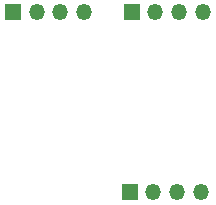
<source format=gbr>
%TF.GenerationSoftware,KiCad,Pcbnew,7.0.7*%
%TF.CreationDate,2023-08-27T10:12:23+07:00*%
%TF.ProjectId,TinyUSBHub,54696e79-5553-4424-9875-622e6b696361,rev?*%
%TF.SameCoordinates,Original*%
%TF.FileFunction,Soldermask,Bot*%
%TF.FilePolarity,Negative*%
%FSLAX46Y46*%
G04 Gerber Fmt 4.6, Leading zero omitted, Abs format (unit mm)*
G04 Created by KiCad (PCBNEW 7.0.7) date 2023-08-27 10:12:23*
%MOMM*%
%LPD*%
G01*
G04 APERTURE LIST*
%ADD10R,1.350000X1.350000*%
%ADD11O,1.350000X1.350000*%
G04 APERTURE END LIST*
D10*
%TO.C,J3*%
X107525000Y-91350000D03*
D11*
X109525000Y-91350000D03*
X111525000Y-91350000D03*
X113525000Y-91350000D03*
%TD*%
D10*
%TO.C,J2*%
X117575000Y-91350000D03*
D11*
X119575000Y-91350000D03*
X121575000Y-91350000D03*
X123575000Y-91350000D03*
%TD*%
D10*
%TO.C,J1*%
X117400000Y-106575000D03*
D11*
X119400000Y-106575000D03*
X121400000Y-106575000D03*
X123400000Y-106575000D03*
%TD*%
M02*

</source>
